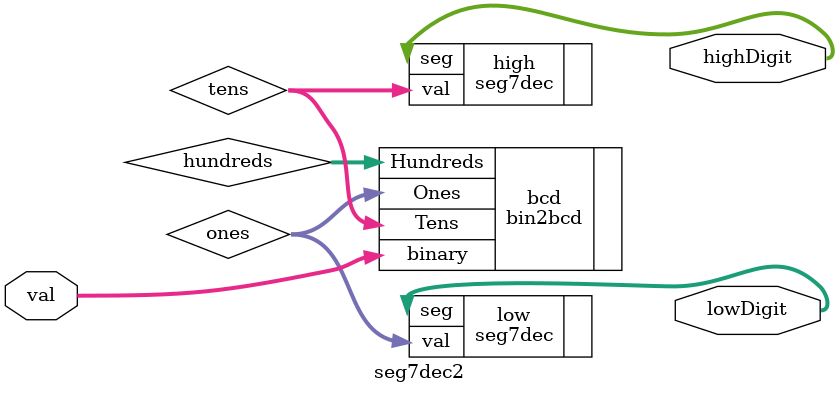
<source format=v>
module seg7dec2
(
	input [7:0] val,
	output [6:0] highDigit,
	output [6:0] lowDigit
);

wire [3:0] hundreds;
wire [3:0] tens;
wire [3:0] ones;

bin2bcd bcd(.binary(val), .Hundreds(hundreds), .Tens(tens), .Ones(ones));

seg7dec high(.val(tens), .seg(highDigit));
seg7dec low(.val(ones), .seg(lowDigit));

endmodule

</source>
